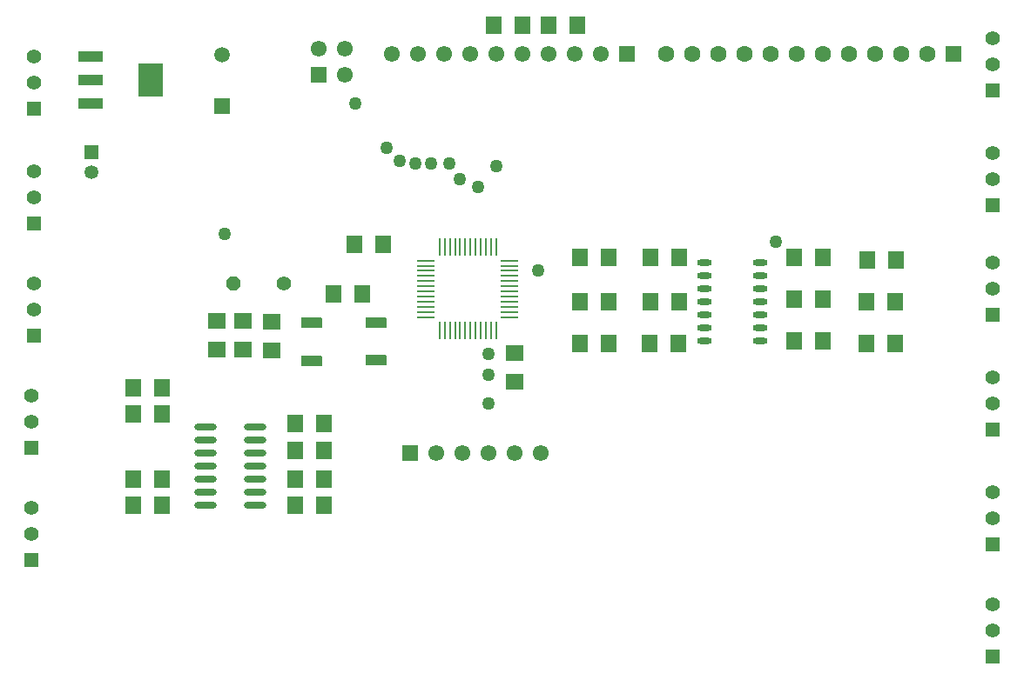
<source format=gts>
G04 Layer_Color=3162822*
%FSLAX44Y44*%
%MOMM*%
G71*
G01*
G75*
%ADD10R,1.6000X1.8000*%
G04:AMPARAMS|DCode=11|XSize=2mm|YSize=1.1mm|CornerRadius=0.11mm|HoleSize=0mm|Usage=FLASHONLY|Rotation=0.000|XOffset=0mm|YOffset=0mm|HoleType=Round|Shape=RoundedRectangle|*
%AMROUNDEDRECTD11*
21,1,2.0000,0.8800,0,0,0.0*
21,1,1.7800,1.1000,0,0,0.0*
1,1,0.2200,0.8900,-0.4400*
1,1,0.2200,-0.8900,-0.4400*
1,1,0.2200,-0.8900,0.4400*
1,1,0.2200,0.8900,0.4400*
%
%ADD11ROUNDEDRECTD11*%
%ADD12R,1.8000X1.6000*%
%ADD13R,2.4000X3.3000*%
%ADD14R,2.4000X1.0000*%
%ADD15O,2.2000X0.6000*%
%ADD16O,1.4500X0.6000*%
%ADD17O,1.8000X0.2500*%
%ADD18O,0.2500X1.8000*%
%ADD20R,1.4000X1.4000*%
%ADD21C,1.4000*%
%ADD22P,1.5154X8X22.5*%
%ADD23C,1.5000*%
%ADD24R,1.5000X1.5000*%
%ADD25C,1.3500*%
%ADD26R,1.3500X1.3500*%
%ADD27R,1.5500X1.5500*%
%ADD28C,1.5500*%
%ADD29C,1.6000*%
%ADD30R,1.6000X1.6000*%
%ADD31C,1.2700*%
D10*
X540960Y652780D02*
D03*
X568960D02*
D03*
X515620D02*
D03*
X487620D02*
D03*
X351760Y439420D02*
D03*
X379760D02*
D03*
X331440Y391160D02*
D03*
X359440D02*
D03*
X322580Y210820D02*
D03*
X294580D02*
D03*
X322640Y238760D02*
D03*
X294640D02*
D03*
X322580Y185420D02*
D03*
X294580D02*
D03*
X322356Y264922D02*
D03*
X294356D02*
D03*
X137160Y185420D02*
D03*
X165160D02*
D03*
X137100Y210820D02*
D03*
X165100D02*
D03*
X137100Y299720D02*
D03*
X165100D02*
D03*
X137160Y274320D02*
D03*
X165160D02*
D03*
X877600Y342900D02*
D03*
X849600D02*
D03*
X807466Y345440D02*
D03*
X779465D02*
D03*
X638780Y342900D02*
D03*
X666780D02*
D03*
X571500D02*
D03*
X599500D02*
D03*
X571500Y383540D02*
D03*
X599500D02*
D03*
X640020Y426720D02*
D03*
X668020D02*
D03*
X571440D02*
D03*
X599440D02*
D03*
X640020Y383540D02*
D03*
X668020D02*
D03*
X807211Y426720D02*
D03*
X779211D02*
D03*
X878840Y424180D02*
D03*
X850840D02*
D03*
X807525Y386080D02*
D03*
X779526D02*
D03*
X877600Y383540D02*
D03*
X849600D02*
D03*
D11*
X310380Y326007D02*
D03*
Y363008D02*
D03*
X373380D02*
D03*
Y327007D02*
D03*
D12*
X271780Y364520D02*
D03*
Y336520D02*
D03*
X243840Y337262D02*
D03*
Y365261D02*
D03*
X218440Y336763D02*
D03*
Y364763D02*
D03*
X508000Y305448D02*
D03*
Y333447D02*
D03*
D13*
X153460Y599440D02*
D03*
D14*
X95460Y576440D02*
D03*
Y599440D02*
D03*
Y622440D02*
D03*
D15*
X255140Y185420D02*
D03*
Y198120D02*
D03*
Y210820D02*
D03*
Y223520D02*
D03*
Y236220D02*
D03*
Y248920D02*
D03*
Y261620D02*
D03*
X207140Y185420D02*
D03*
Y198120D02*
D03*
Y210820D02*
D03*
Y223520D02*
D03*
Y236220D02*
D03*
Y248920D02*
D03*
Y261620D02*
D03*
D16*
X746760Y345440D02*
D03*
Y358140D02*
D03*
Y370840D02*
D03*
Y383540D02*
D03*
Y396240D02*
D03*
Y408940D02*
D03*
Y421640D02*
D03*
X692260Y345440D02*
D03*
Y358140D02*
D03*
Y370840D02*
D03*
Y383540D02*
D03*
Y396240D02*
D03*
Y408940D02*
D03*
Y421640D02*
D03*
D17*
X421780Y423740D02*
D03*
Y418740D02*
D03*
Y413740D02*
D03*
Y408740D02*
D03*
Y403740D02*
D03*
Y398740D02*
D03*
Y393740D02*
D03*
Y388740D02*
D03*
Y383740D02*
D03*
Y378740D02*
D03*
Y373740D02*
D03*
Y368740D02*
D03*
X502780D02*
D03*
Y373740D02*
D03*
Y378740D02*
D03*
Y383740D02*
D03*
Y388740D02*
D03*
Y393740D02*
D03*
Y398740D02*
D03*
Y403740D02*
D03*
Y408740D02*
D03*
Y413740D02*
D03*
Y418740D02*
D03*
Y423740D02*
D03*
D18*
X434780Y355740D02*
D03*
X439780D02*
D03*
X444780D02*
D03*
X449780D02*
D03*
X454780D02*
D03*
X459780D02*
D03*
X464780D02*
D03*
X469780D02*
D03*
X474780D02*
D03*
X479780D02*
D03*
X484780D02*
D03*
X489780D02*
D03*
Y436740D02*
D03*
X484780D02*
D03*
X479780D02*
D03*
X474780D02*
D03*
X469780D02*
D03*
X464780D02*
D03*
X459780D02*
D03*
X454780D02*
D03*
X449780D02*
D03*
X444780D02*
D03*
X439780D02*
D03*
X434780D02*
D03*
D20*
X38100Y132080D02*
D03*
Y241300D02*
D03*
X40640Y350520D02*
D03*
Y571500D02*
D03*
Y459740D02*
D03*
X972820Y589280D02*
D03*
Y477520D02*
D03*
Y370840D02*
D03*
Y259080D02*
D03*
Y147320D02*
D03*
Y38100D02*
D03*
D21*
X38100Y157480D02*
D03*
Y182880D02*
D03*
Y266700D02*
D03*
Y292100D02*
D03*
X283480Y401320D02*
D03*
X40640Y375920D02*
D03*
Y401320D02*
D03*
Y596900D02*
D03*
Y622300D02*
D03*
Y485140D02*
D03*
Y510540D02*
D03*
X972820Y614680D02*
D03*
Y640080D02*
D03*
Y502920D02*
D03*
Y528320D02*
D03*
Y396240D02*
D03*
Y421640D02*
D03*
Y284480D02*
D03*
Y309880D02*
D03*
Y172720D02*
D03*
Y198120D02*
D03*
Y63500D02*
D03*
Y88900D02*
D03*
D22*
X234680Y401320D02*
D03*
D23*
X223520Y624440D02*
D03*
D24*
Y574440D02*
D03*
D25*
X96520Y509397D02*
D03*
D26*
Y529397D02*
D03*
D27*
X406400Y236220D02*
D03*
X617220Y624840D02*
D03*
X317500Y604520D02*
D03*
D28*
X431800Y236220D02*
D03*
X457200D02*
D03*
X482600D02*
D03*
X508000D02*
D03*
X533400D02*
D03*
X591820Y624840D02*
D03*
X566420D02*
D03*
X541020D02*
D03*
X515620D02*
D03*
X490220D02*
D03*
X464820D02*
D03*
X439420D02*
D03*
X414020D02*
D03*
X388620D02*
D03*
X317500Y629920D02*
D03*
X342900Y604520D02*
D03*
Y629920D02*
D03*
D29*
X807720Y624840D02*
D03*
X909320D02*
D03*
X883920D02*
D03*
X858520D02*
D03*
X833120D02*
D03*
X782320D02*
D03*
X756920D02*
D03*
X731520D02*
D03*
X706120D02*
D03*
X680720D02*
D03*
X655320D02*
D03*
D30*
X934720D02*
D03*
D31*
X490220Y515620D02*
D03*
X530860Y414020D02*
D03*
X353060Y576580D02*
D03*
X482600Y332740D02*
D03*
Y312420D02*
D03*
Y284480D02*
D03*
X762000Y441960D02*
D03*
X383540Y533400D02*
D03*
X396240Y520700D02*
D03*
X411480Y518160D02*
D03*
X426720D02*
D03*
X444500D02*
D03*
X454660Y502920D02*
D03*
X472440Y495300D02*
D03*
X226060Y449580D02*
D03*
M02*

</source>
